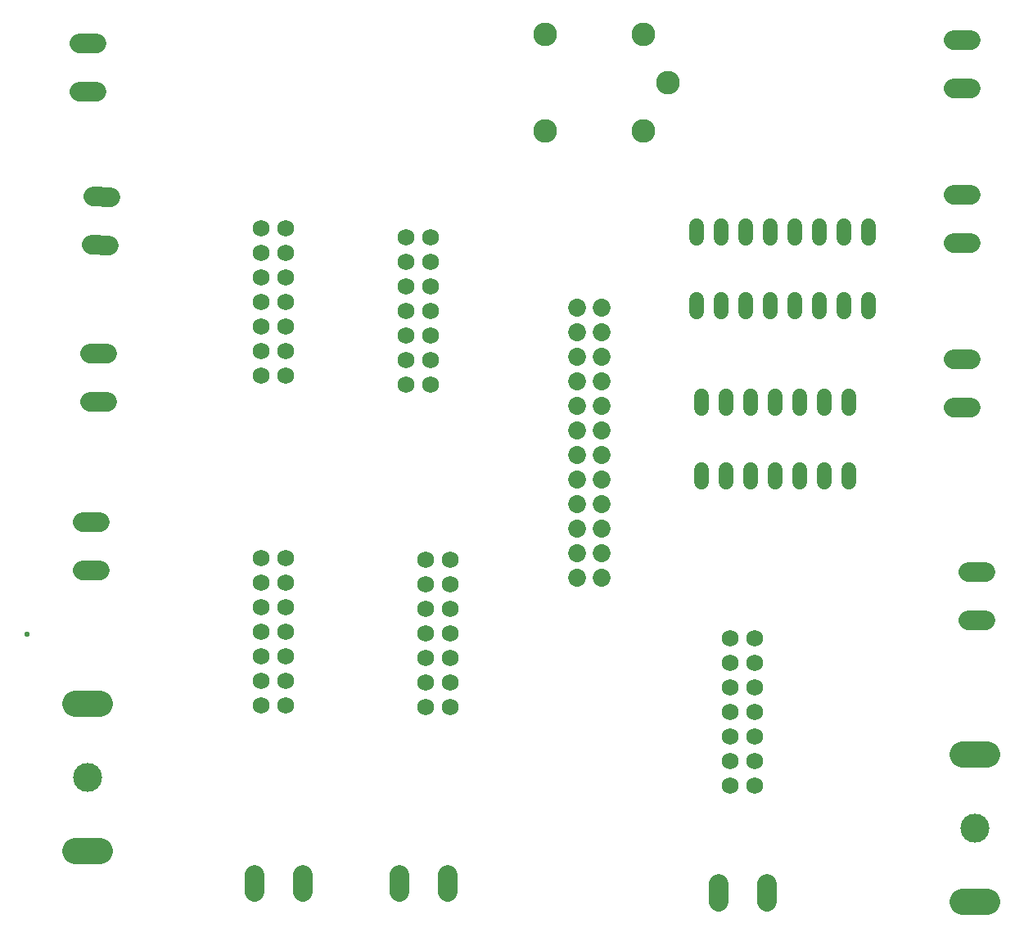
<source format=gts>
G75*
%MOIN*%
%OFA0B0*%
%FSLAX25Y25*%
%IPPOS*%
%LPD*%
%AMOC8*
5,1,8,0,0,1.08239X$1,22.5*
%
%ADD10C,0.02178*%
%ADD11C,0.06824*%
%ADD12C,0.07850*%
%ADD13C,0.10800*%
%ADD14C,0.11800*%
%ADD15C,0.06000*%
%ADD16C,0.07296*%
%ADD17C,0.09658*%
D10*
X0025153Y0132434D03*
D11*
X0120468Y0133576D03*
X0120468Y0143576D03*
X0130468Y0143576D03*
X0130468Y0133576D03*
X0130468Y0123576D03*
X0120468Y0123576D03*
X0120468Y0113576D03*
X0130468Y0113576D03*
X0130468Y0103576D03*
X0120468Y0103576D03*
X0120468Y0153576D03*
X0120468Y0163576D03*
X0130468Y0163576D03*
X0130468Y0153576D03*
X0187397Y0152749D03*
X0197397Y0152749D03*
X0197397Y0142749D03*
X0197397Y0132749D03*
X0187397Y0132749D03*
X0187397Y0142749D03*
X0187397Y0162749D03*
X0197397Y0162749D03*
X0197397Y0122749D03*
X0197397Y0112749D03*
X0187397Y0112749D03*
X0187397Y0122749D03*
X0187397Y0102749D03*
X0197397Y0102749D03*
X0311491Y0100938D03*
X0311491Y0110938D03*
X0321491Y0110938D03*
X0321491Y0100938D03*
X0321491Y0090938D03*
X0311491Y0090938D03*
X0311491Y0080938D03*
X0311491Y0070938D03*
X0321491Y0070938D03*
X0321491Y0080938D03*
X0321491Y0120938D03*
X0311491Y0120938D03*
X0311491Y0130938D03*
X0321491Y0130938D03*
X0189523Y0234324D03*
X0179523Y0234324D03*
X0179523Y0244324D03*
X0179523Y0254324D03*
X0179523Y0264324D03*
X0189523Y0264324D03*
X0189523Y0254324D03*
X0189523Y0244324D03*
X0189523Y0274324D03*
X0189523Y0284324D03*
X0179523Y0284324D03*
X0179523Y0274324D03*
X0179523Y0294324D03*
X0189523Y0294324D03*
X0130468Y0298025D03*
X0120468Y0298025D03*
X0120468Y0288025D03*
X0130468Y0288025D03*
X0130468Y0278025D03*
X0120468Y0278025D03*
X0120468Y0268025D03*
X0130468Y0268025D03*
X0130468Y0258025D03*
X0120468Y0258025D03*
X0120468Y0248025D03*
X0130468Y0248025D03*
X0130468Y0238025D03*
X0120468Y0238025D03*
D12*
X0057733Y0246962D02*
X0050683Y0246962D01*
X0050683Y0227277D02*
X0057733Y0227277D01*
X0054741Y0178221D02*
X0047691Y0178221D01*
X0047691Y0158536D02*
X0054741Y0158536D01*
X0117673Y0034660D02*
X0117673Y0027610D01*
X0137358Y0027610D02*
X0137358Y0034660D01*
X0176728Y0034660D02*
X0176728Y0027610D01*
X0196413Y0027610D02*
X0196413Y0034660D01*
X0306649Y0030723D02*
X0306649Y0023673D01*
X0326334Y0023673D02*
X0326334Y0030723D01*
X0408518Y0138340D02*
X0415568Y0138340D01*
X0415568Y0158025D02*
X0408518Y0158025D01*
X0409505Y0224954D02*
X0402455Y0224954D01*
X0402455Y0244639D02*
X0409505Y0244639D01*
X0409505Y0291883D02*
X0402455Y0291883D01*
X0402455Y0311568D02*
X0409505Y0311568D01*
X0409505Y0354875D02*
X0402455Y0354875D01*
X0402455Y0374560D02*
X0409505Y0374560D01*
X0059034Y0310569D02*
X0051986Y0310741D01*
X0051505Y0291062D02*
X0058553Y0290890D01*
X0053560Y0353654D02*
X0046510Y0353654D01*
X0046510Y0373340D02*
X0053560Y0373340D01*
D13*
X0054759Y0044127D02*
X0044759Y0044127D01*
X0044759Y0104127D02*
X0054759Y0104127D01*
X0405980Y0083694D02*
X0415980Y0083694D01*
X0415980Y0023694D02*
X0405980Y0023694D01*
D14*
X0410980Y0053694D03*
X0049759Y0074127D03*
D15*
X0299720Y0194480D02*
X0299720Y0199680D01*
X0309720Y0199680D02*
X0309720Y0194480D01*
X0319720Y0194480D02*
X0319720Y0199680D01*
X0329720Y0199680D02*
X0329720Y0194480D01*
X0339720Y0194480D02*
X0339720Y0199680D01*
X0349720Y0199680D02*
X0349720Y0194480D01*
X0359720Y0194480D02*
X0359720Y0199680D01*
X0359720Y0224480D02*
X0359720Y0229680D01*
X0349720Y0229680D02*
X0349720Y0224480D01*
X0339720Y0224480D02*
X0339720Y0229680D01*
X0329720Y0229680D02*
X0329720Y0224480D01*
X0319720Y0224480D02*
X0319720Y0229680D01*
X0309720Y0229680D02*
X0309720Y0224480D01*
X0299720Y0224480D02*
X0299720Y0229680D01*
X0297909Y0263771D02*
X0297909Y0268971D01*
X0307909Y0268971D02*
X0307909Y0263771D01*
X0317909Y0263771D02*
X0317909Y0268971D01*
X0327909Y0268971D02*
X0327909Y0263771D01*
X0337909Y0263771D02*
X0337909Y0268971D01*
X0347909Y0268971D02*
X0347909Y0263771D01*
X0357909Y0263771D02*
X0357909Y0268971D01*
X0367909Y0268971D02*
X0367909Y0263771D01*
X0367909Y0293771D02*
X0367909Y0298971D01*
X0357909Y0298971D02*
X0357909Y0293771D01*
X0347909Y0293771D02*
X0347909Y0298971D01*
X0337909Y0298971D02*
X0337909Y0293771D01*
X0327909Y0293771D02*
X0327909Y0298971D01*
X0317909Y0298971D02*
X0317909Y0293771D01*
X0307909Y0293771D02*
X0307909Y0298971D01*
X0297909Y0298971D02*
X0297909Y0293771D01*
D16*
X0259090Y0265387D03*
X0249090Y0265387D03*
X0249090Y0255387D03*
X0259090Y0255387D03*
X0259090Y0245387D03*
X0249090Y0245387D03*
X0249090Y0235387D03*
X0259090Y0235387D03*
X0259090Y0225387D03*
X0249090Y0225387D03*
X0249090Y0215387D03*
X0259090Y0215387D03*
X0259090Y0205387D03*
X0249090Y0205387D03*
X0249090Y0195387D03*
X0259090Y0195387D03*
X0259090Y0185387D03*
X0249090Y0185387D03*
X0249090Y0175387D03*
X0259090Y0175387D03*
X0259090Y0165387D03*
X0249090Y0165387D03*
X0249090Y0155387D03*
X0259090Y0155387D03*
D17*
X0276137Y0337513D03*
X0285980Y0357198D03*
X0276137Y0376883D03*
X0235980Y0376883D03*
X0235980Y0337513D03*
M02*

</source>
